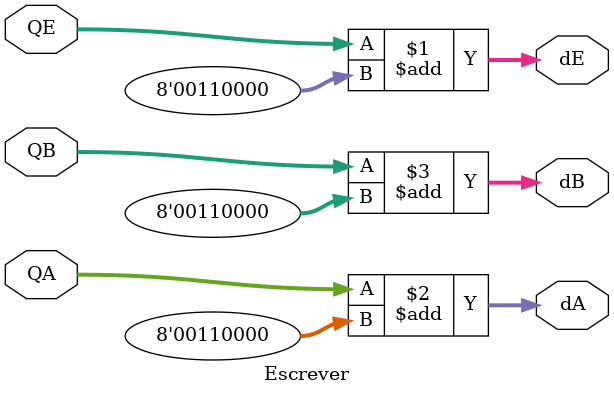
<source format=v>
module Escrever(input [2:0] QE,QA,QB, output [7:0] dE,dA,dB);
	
	assign dE = QE + 8'h30;
	assign dA = QA + 8'h30;
	assign dB = QB + 8'h30;
	
endmodule

</source>
